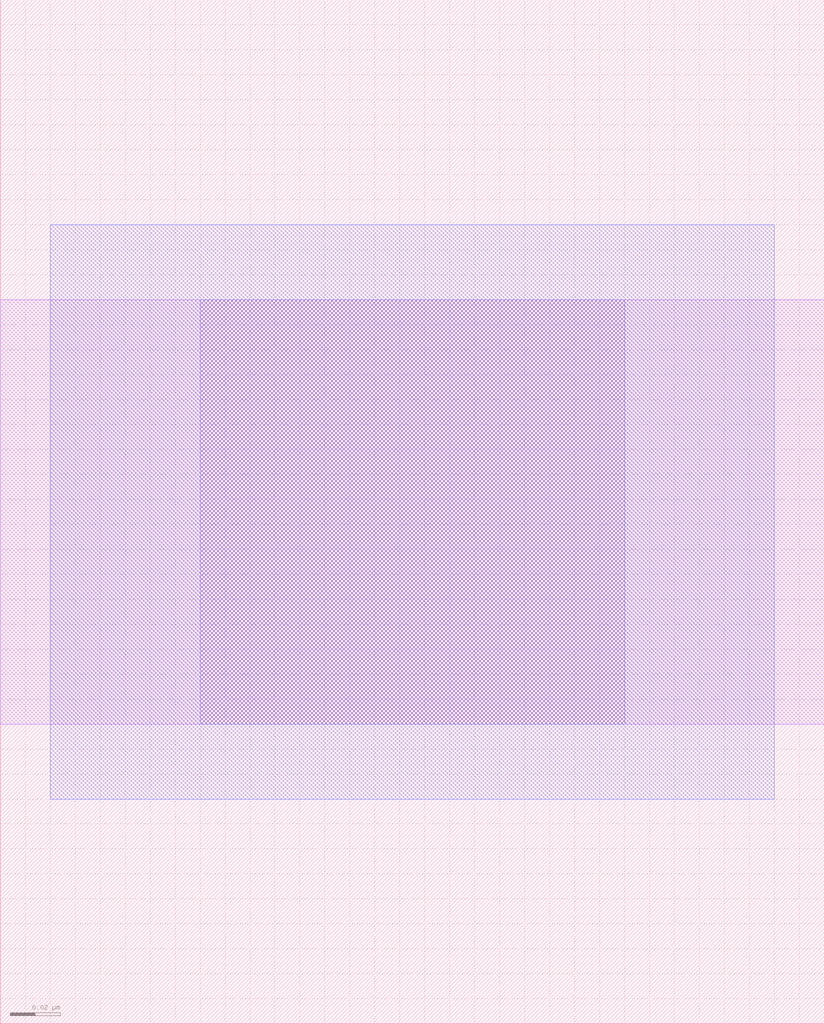
<source format=lef>
# Copyright 2020 The SkyWater PDK Authors
#
# Licensed under the Apache License, Version 2.0 (the "License");
# you may not use this file except in compliance with the License.
# You may obtain a copy of the License at
#
#     https://www.apache.org/licenses/LICENSE-2.0
#
# Unless required by applicable law or agreed to in writing, software
# distributed under the License is distributed on an "AS IS" BASIS,
# WITHOUT WARRANTIES OR CONDITIONS OF ANY KIND, either express or implied.
# See the License for the specific language governing permissions and
# limitations under the License.
#
# SPDX-License-Identifier: Apache-2.0

VERSION 5.7 ;
  NOWIREEXTENSIONATPIN ON ;
  DIVIDERCHAR "/" ;
  BUSBITCHARS "[]" ;
MACRO sky130_fd_pr__tpm1__example_180125740
  CLASS BLOCK ;
  FOREIGN sky130_fd_pr__tpm1__example_180125740 ;
  ORIGIN  0.020000  0.000000 ;
  SIZE  0.330000 BY  0.410000 ;
  OBS
    LAYER li1 ;
      RECT -0.020000 0.120000 0.310000 0.290000 ;
    LAYER mcon ;
      RECT 0.060000 0.120000 0.230000 0.290000 ;
    LAYER met1 ;
      RECT 0.000000 0.090000 0.290000 0.320000 ;
  END
END sky130_fd_pr__tpm1__example_180125740
END LIBRARY

</source>
